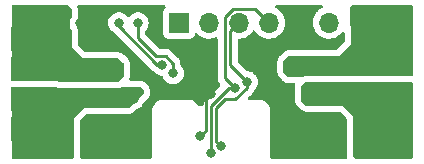
<source format=gbr>
%TF.GenerationSoftware,KiCad,Pcbnew,(5.99.0-12717-g57c7d663b0)*%
%TF.CreationDate,2021-10-08T11:24:07+02:00*%
%TF.ProjectId,capacitance_meter,63617061-6369-4746-916e-63655f6d6574,rev?*%
%TF.SameCoordinates,Original*%
%TF.FileFunction,Copper,L2,Bot*%
%TF.FilePolarity,Positive*%
%FSLAX46Y46*%
G04 Gerber Fmt 4.6, Leading zero omitted, Abs format (unit mm)*
G04 Created by KiCad (PCBNEW (5.99.0-12717-g57c7d663b0)) date 2021-10-08 11:24:07*
%MOMM*%
%LPD*%
G01*
G04 APERTURE LIST*
%TA.AperFunction,ComponentPad*%
%ADD10R,1.700000X1.700000*%
%TD*%
%TA.AperFunction,ComponentPad*%
%ADD11O,1.700000X1.700000*%
%TD*%
%TA.AperFunction,SMDPad,CuDef*%
%ADD12R,4.000000X2.000000*%
%TD*%
%TA.AperFunction,ViaPad*%
%ADD13C,0.800000*%
%TD*%
%TA.AperFunction,Conductor*%
%ADD14C,0.250000*%
%TD*%
G04 APERTURE END LIST*
D10*
%TO.P,J3,1,Pin_1*%
%TO.N,/SCL2*%
X151275000Y-114975000D03*
D11*
%TO.P,J3,2,Pin_2*%
%TO.N,/SDA2*%
X153815000Y-114975000D03*
%TO.P,J3,3,Pin_3*%
%TO.N,/SCL1*%
X156355000Y-114975000D03*
%TO.P,J3,4,Pin_4*%
%TO.N,/SDA1*%
X158895000Y-114975000D03*
%TO.P,J3,5,Pin_5*%
%TO.N,GND*%
X161435000Y-114975000D03*
%TO.P,J3,6,Pin_6*%
%TO.N,VDD*%
X163975000Y-114975000D03*
%TD*%
D12*
%TO.P,J1,1,Pin_1*%
%TO.N,/Shield21*%
X168999992Y-123540012D03*
%TO.P,J1,2,Pin_2*%
X168999992Y-121000012D03*
%TO.P,J1,3,Pin_3*%
%TO.N,/Shield22*%
X168999992Y-118460012D03*
%TO.P,J1,4,Pin_4*%
X168999992Y-115920012D03*
%TD*%
%TO.P,J2,1,Pin_1*%
%TO.N,/Shield11*%
X139000001Y-116389988D03*
%TO.P,J2,2,Pin_2*%
X139000001Y-118929988D03*
%TO.P,J2,3,Pin_3*%
%TO.N,/Shield12*%
X139000001Y-121469988D03*
%TO.P,J2,4,Pin_4*%
X139000001Y-124009988D03*
%TD*%
D13*
%TO.N,GND*%
X154000000Y-121000000D03*
X153075500Y-124600000D03*
%TO.N,/SDA1*%
X154000000Y-126000000D03*
%TO.N,/SCL1*%
X154800000Y-125400000D03*
%TO.N,GND*%
X147600000Y-126000000D03*
X153035000Y-118567200D03*
X160400000Y-116400000D03*
X163900000Y-116850000D03*
X157073600Y-117805200D03*
X142925800Y-115036600D03*
X154000000Y-117600000D03*
X164000000Y-125500000D03*
%TO.N,/SCL1*%
X157048200Y-119989600D03*
%TO.N,/SDA1*%
X156000000Y-120500000D03*
%TO.N,/SCL2*%
X150774400Y-119275500D03*
X147800000Y-115000000D03*
%TO.N,/SDA2*%
X149850000Y-118550000D03*
X146200000Y-115000000D03*
%TO.N,/Shield21*%
X162200000Y-121000000D03*
%TO.N,/Shield22*%
X161212299Y-118987701D03*
%TO.N,/Shield11*%
X145800000Y-119000000D03*
%TO.N,/Shield12*%
X147430158Y-121430158D03*
%TD*%
D14*
%TO.N,GND*%
X153550480Y-121449520D02*
X153550480Y-124125020D01*
X154000000Y-121000000D02*
X153550480Y-121449520D01*
X153550480Y-124125020D02*
X153075500Y-124600000D01*
%TO.N,/SCL1*%
X154449520Y-122210812D02*
X154449520Y-125049520D01*
X156038313Y-121486301D02*
X155174031Y-121486301D01*
X157048200Y-120476414D02*
X156038313Y-121486301D01*
X157048200Y-119989600D02*
X157048200Y-120476414D01*
X155174031Y-121486301D02*
X154449520Y-122210812D01*
X154449520Y-125049520D02*
X154800000Y-125400000D01*
%TO.N,/SDA1*%
X154724511Y-121300103D02*
X154000000Y-122024614D01*
X154000000Y-122024614D02*
X154000000Y-126000000D01*
X155500000Y-120500000D02*
X154724511Y-121275489D01*
X154724511Y-121275489D02*
X154724511Y-121300103D01*
X156000000Y-120500000D02*
X155500000Y-120500000D01*
X157720489Y-113800489D02*
X158895000Y-114975000D01*
X155180489Y-114488501D02*
X155868501Y-113800489D01*
X155868501Y-113800489D02*
X157720489Y-113800489D01*
X155180489Y-119680489D02*
X155180489Y-114488501D01*
X156000000Y-120500000D02*
X155180489Y-119680489D01*
%TO.N,/SCL1*%
X157048200Y-119989600D02*
X155630009Y-118571409D01*
X155630009Y-115699991D02*
X156355000Y-114975000D01*
X155630009Y-118571409D02*
X155630009Y-115699991D01*
%TO.N,/SCL2*%
X150774400Y-118449786D02*
X150150103Y-117825489D01*
X150150103Y-117825489D02*
X149361207Y-117825489D01*
X147800000Y-116264282D02*
X147800000Y-115000000D01*
X150774400Y-119275500D02*
X150774400Y-118449786D01*
X149361207Y-117825489D02*
X147800000Y-116264282D01*
%TO.N,/SDA2*%
X146200000Y-115300000D02*
X146200000Y-115000000D01*
X149450000Y-118550000D02*
X146200000Y-115300000D01*
X149850000Y-118550000D02*
X149450000Y-118550000D01*
%TD*%
%TA.AperFunction,Conductor*%
%TO.N,GND*%
G36*
X163404051Y-113528002D02*
G01*
X163450544Y-113581658D01*
X163460648Y-113651932D01*
X163431154Y-113716512D01*
X163394111Y-113745762D01*
X163248607Y-113821507D01*
X163244474Y-113824610D01*
X163244471Y-113824612D01*
X163077479Y-113949993D01*
X163069965Y-113955635D01*
X163066393Y-113959373D01*
X162958729Y-114072037D01*
X162915629Y-114117138D01*
X162912715Y-114121410D01*
X162912714Y-114121411D01*
X162859182Y-114199886D01*
X162789743Y-114301680D01*
X162774003Y-114335590D01*
X162715022Y-114462654D01*
X162695688Y-114504305D01*
X162635989Y-114719570D01*
X162612251Y-114941695D01*
X162612548Y-114946848D01*
X162612548Y-114946851D01*
X162621791Y-115107159D01*
X162625110Y-115164715D01*
X162626247Y-115169761D01*
X162626248Y-115169767D01*
X162646119Y-115257939D01*
X162674222Y-115382639D01*
X162758266Y-115589616D01*
X162797817Y-115654158D01*
X162872291Y-115775688D01*
X162874987Y-115780088D01*
X163021250Y-115948938D01*
X163193126Y-116091632D01*
X163386000Y-116204338D01*
X163594692Y-116284030D01*
X163599760Y-116285061D01*
X163599763Y-116285062D01*
X163707017Y-116306883D01*
X163813597Y-116328567D01*
X163818772Y-116328757D01*
X163818774Y-116328757D01*
X164031673Y-116336564D01*
X164031677Y-116336564D01*
X164036837Y-116336753D01*
X164041957Y-116336097D01*
X164041959Y-116336097D01*
X164253288Y-116309025D01*
X164253289Y-116309025D01*
X164258416Y-116308368D01*
X164311270Y-116292511D01*
X164467429Y-116245661D01*
X164467434Y-116245659D01*
X164472384Y-116244174D01*
X164672994Y-116145896D01*
X164854860Y-116016173D01*
X165013096Y-115858489D01*
X165064296Y-115787237D01*
X165071454Y-115777275D01*
X165127449Y-115733627D01*
X165198152Y-115727181D01*
X165261117Y-115759984D01*
X165296351Y-115821620D01*
X165299776Y-115850365D01*
X165299907Y-115888126D01*
X165301456Y-116336097D01*
X165302241Y-116563257D01*
X165282475Y-116631447D01*
X165261802Y-116656188D01*
X164630900Y-117239773D01*
X164567311Y-117271346D01*
X164546091Y-117273274D01*
X163440593Y-117279854D01*
X160575881Y-117296906D01*
X160526008Y-117299659D01*
X160513855Y-117300931D01*
X160502947Y-117302073D01*
X160502931Y-117302075D01*
X160501394Y-117302236D01*
X160467630Y-117307460D01*
X160458008Y-117308948D01*
X160458006Y-117308948D01*
X160452030Y-117309873D01*
X160446342Y-117311920D01*
X160446339Y-117311921D01*
X160320212Y-117357317D01*
X160320206Y-117357320D01*
X160315982Y-117358840D01*
X160312006Y-117360952D01*
X160257258Y-117390033D01*
X160257252Y-117390036D01*
X160253283Y-117392145D01*
X160136542Y-117477456D01*
X159806887Y-117799604D01*
X159768233Y-117841896D01*
X159767123Y-117843257D01*
X159767112Y-117843270D01*
X159753591Y-117859853D01*
X159750298Y-117863891D01*
X159749253Y-117865332D01*
X159749251Y-117865334D01*
X159720335Y-117905190D01*
X159720332Y-117905194D01*
X159716645Y-117910277D01*
X159656579Y-118041803D01*
X159655311Y-118046122D01*
X159640521Y-118096493D01*
X159636577Y-118109924D01*
X159635937Y-118114372D01*
X159635936Y-118114379D01*
X159616639Y-118248595D01*
X159616638Y-118248602D01*
X159616000Y-118253043D01*
X159616000Y-119147441D01*
X159619047Y-119202996D01*
X159622061Y-119230391D01*
X159631167Y-119285287D01*
X159682370Y-119420509D01*
X159716705Y-119482652D01*
X159719417Y-119486237D01*
X159801214Y-119594382D01*
X159801219Y-119594387D01*
X159803930Y-119597972D01*
X160007647Y-119799672D01*
X160129322Y-119920142D01*
X160129319Y-119920145D01*
X160129334Y-119920154D01*
X160133728Y-119924505D01*
X160134970Y-119925612D01*
X160134976Y-119925618D01*
X160172179Y-119958788D01*
X160173404Y-119959880D01*
X160193934Y-119976340D01*
X160195267Y-119977299D01*
X160195274Y-119977304D01*
X160216605Y-119992645D01*
X160237058Y-120007355D01*
X160368584Y-120067421D01*
X160392338Y-120074396D01*
X160432382Y-120086154D01*
X160432386Y-120086155D01*
X160436705Y-120087423D01*
X160441153Y-120088063D01*
X160441160Y-120088064D01*
X160575376Y-120107361D01*
X160575383Y-120107362D01*
X160579824Y-120108000D01*
X161003301Y-120108000D01*
X161071422Y-120128002D01*
X161117915Y-120181658D01*
X161128019Y-120251932D01*
X161124199Y-120269490D01*
X161112577Y-120309071D01*
X161111937Y-120313519D01*
X161111936Y-120313526D01*
X161092639Y-120447742D01*
X161092638Y-120447749D01*
X161092000Y-120452190D01*
X161092000Y-121547810D01*
X161094910Y-121602104D01*
X161095090Y-121603775D01*
X161095091Y-121603792D01*
X161097572Y-121626868D01*
X161097789Y-121628887D01*
X161099478Y-121639310D01*
X161105380Y-121675731D01*
X161106490Y-121682583D01*
X161122266Y-121724878D01*
X161149253Y-121797230D01*
X161157021Y-121818057D01*
X161159174Y-121822000D01*
X161159175Y-121822002D01*
X161176706Y-121854107D01*
X161191047Y-121880369D01*
X161193742Y-121883969D01*
X161274998Y-121992513D01*
X161275002Y-121992517D01*
X161277695Y-121996115D01*
X161603822Y-122322242D01*
X161605080Y-122323371D01*
X161605087Y-122323378D01*
X161625462Y-122341669D01*
X161644506Y-122358766D01*
X161645828Y-122359830D01*
X161664278Y-122374681D01*
X161664290Y-122374690D01*
X161665608Y-122375751D01*
X161710004Y-122407704D01*
X161841601Y-122467612D01*
X161909746Y-122487532D01*
X162052892Y-122507937D01*
X162057390Y-122507932D01*
X162057396Y-122507932D01*
X162769818Y-122507072D01*
X164877360Y-122504531D01*
X164945505Y-122524451D01*
X164969188Y-122544093D01*
X165447511Y-123051405D01*
X165479690Y-123114691D01*
X165481834Y-123137425D01*
X165491862Y-126159329D01*
X165491864Y-126159918D01*
X165492223Y-126177406D01*
X165492551Y-126186090D01*
X165493516Y-126203615D01*
X165494594Y-126208549D01*
X165523119Y-126339105D01*
X165518119Y-126409925D01*
X165475624Y-126466800D01*
X165409126Y-126491671D01*
X165400023Y-126492000D01*
X159134000Y-126492000D01*
X159065879Y-126471998D01*
X159019386Y-126418342D01*
X159008000Y-126366000D01*
X159008000Y-122553199D01*
X159009746Y-122532295D01*
X159012263Y-122517333D01*
X159013070Y-122512537D01*
X159013223Y-122499998D01*
X159012534Y-122495191D01*
X159012534Y-122495184D01*
X159010184Y-122478779D01*
X159009390Y-122471897D01*
X159003998Y-122410271D01*
X158996476Y-122324293D01*
X158950827Y-122153926D01*
X158948504Y-122148944D01*
X158878609Y-121999055D01*
X158878607Y-121999052D01*
X158876286Y-121994074D01*
X158775121Y-121849595D01*
X158650404Y-121724878D01*
X158505925Y-121623713D01*
X158500947Y-121621392D01*
X158500944Y-121621390D01*
X158351055Y-121551495D01*
X158351053Y-121551494D01*
X158346073Y-121549172D01*
X158340765Y-121547750D01*
X158340763Y-121547749D01*
X158240790Y-121520962D01*
X158175706Y-121503523D01*
X158115492Y-121498255D01*
X158046245Y-121492196D01*
X158036323Y-121490930D01*
X158021002Y-121488353D01*
X158012540Y-121486929D01*
X158006241Y-121486852D01*
X158004860Y-121486835D01*
X158004856Y-121486835D01*
X158000001Y-121486776D01*
X157973237Y-121490609D01*
X157972413Y-121490727D01*
X157954550Y-121492000D01*
X157232709Y-121492000D01*
X157164588Y-121471998D01*
X157118095Y-121418342D01*
X157107991Y-121348068D01*
X157137485Y-121283488D01*
X157143614Y-121276904D01*
X157260505Y-121160014D01*
X157440458Y-120980061D01*
X157448737Y-120972527D01*
X157455218Y-120968414D01*
X157501844Y-120918762D01*
X157504598Y-120915921D01*
X157524335Y-120896184D01*
X157526815Y-120892987D01*
X157534520Y-120883965D01*
X157549570Y-120867938D01*
X157564786Y-120851735D01*
X157568605Y-120844789D01*
X157568607Y-120844786D01*
X157574548Y-120833980D01*
X157585399Y-120817461D01*
X157592958Y-120807715D01*
X157597814Y-120801455D01*
X157600959Y-120794186D01*
X157600962Y-120794182D01*
X157615374Y-120760877D01*
X157620591Y-120750227D01*
X157641895Y-120711474D01*
X157643866Y-120703798D01*
X157646784Y-120696427D01*
X157648735Y-120697199D01*
X157671047Y-120655590D01*
X157782821Y-120531452D01*
X157782822Y-120531451D01*
X157787240Y-120526544D01*
X157882727Y-120361156D01*
X157941742Y-120179528D01*
X157943700Y-120160904D01*
X157961014Y-119996165D01*
X157961704Y-119989600D01*
X157949344Y-119871998D01*
X157942432Y-119806235D01*
X157942432Y-119806233D01*
X157941742Y-119799672D01*
X157882727Y-119618044D01*
X157873304Y-119601722D01*
X157840881Y-119545564D01*
X157787240Y-119452656D01*
X157754511Y-119416306D01*
X157663875Y-119315645D01*
X157663874Y-119315644D01*
X157659453Y-119310734D01*
X157546498Y-119228667D01*
X157510294Y-119202363D01*
X157510293Y-119202362D01*
X157504952Y-119198482D01*
X157498924Y-119195798D01*
X157498922Y-119195797D01*
X157336519Y-119123491D01*
X157336518Y-119123491D01*
X157330488Y-119120806D01*
X157237088Y-119100953D01*
X157150144Y-119082472D01*
X157150139Y-119082472D01*
X157143687Y-119081100D01*
X157087795Y-119081100D01*
X157019674Y-119061098D01*
X156998699Y-119044195D01*
X156300413Y-118345908D01*
X156266388Y-118283596D01*
X156263509Y-118256813D01*
X156263509Y-116461835D01*
X156283511Y-116393714D01*
X156337167Y-116347221D01*
X156394126Y-116335920D01*
X156402827Y-116336239D01*
X156411674Y-116336564D01*
X156411678Y-116336564D01*
X156416837Y-116336753D01*
X156421957Y-116336097D01*
X156421959Y-116336097D01*
X156633288Y-116309025D01*
X156633289Y-116309025D01*
X156638416Y-116308368D01*
X156691270Y-116292511D01*
X156847429Y-116245661D01*
X156847434Y-116245659D01*
X156852384Y-116244174D01*
X157052994Y-116145896D01*
X157234860Y-116016173D01*
X157393096Y-115858489D01*
X157444296Y-115787237D01*
X157523453Y-115677077D01*
X157524776Y-115678028D01*
X157571645Y-115634857D01*
X157641580Y-115622625D01*
X157707026Y-115650144D01*
X157734875Y-115681994D01*
X157794987Y-115780088D01*
X157941250Y-115948938D01*
X158113126Y-116091632D01*
X158306000Y-116204338D01*
X158514692Y-116284030D01*
X158519760Y-116285061D01*
X158519763Y-116285062D01*
X158627017Y-116306883D01*
X158733597Y-116328567D01*
X158738772Y-116328757D01*
X158738774Y-116328757D01*
X158951673Y-116336564D01*
X158951677Y-116336564D01*
X158956837Y-116336753D01*
X158961957Y-116336097D01*
X158961959Y-116336097D01*
X159173288Y-116309025D01*
X159173289Y-116309025D01*
X159178416Y-116308368D01*
X159231270Y-116292511D01*
X159387429Y-116245661D01*
X159387434Y-116245659D01*
X159392384Y-116244174D01*
X159592994Y-116145896D01*
X159774860Y-116016173D01*
X159933096Y-115858489D01*
X159984296Y-115787237D01*
X160060435Y-115681277D01*
X160063453Y-115677077D01*
X160084320Y-115634857D01*
X160160136Y-115481453D01*
X160160137Y-115481451D01*
X160162430Y-115476811D01*
X160227370Y-115263069D01*
X160256529Y-115041590D01*
X160258156Y-114975000D01*
X160239852Y-114752361D01*
X160185431Y-114535702D01*
X160096354Y-114330840D01*
X159975014Y-114143277D01*
X159824670Y-113978051D01*
X159820619Y-113974852D01*
X159820615Y-113974848D01*
X159653414Y-113842800D01*
X159653410Y-113842798D01*
X159649359Y-113839598D01*
X159476741Y-113744308D01*
X159426772Y-113693876D01*
X159412000Y-113624433D01*
X159437116Y-113558028D01*
X159494147Y-113515743D01*
X159537636Y-113508000D01*
X163335930Y-113508000D01*
X163404051Y-113528002D01*
G37*
%TD.AperFunction*%
%TA.AperFunction,Conductor*%
G36*
X150090205Y-113528002D02*
G01*
X150136698Y-113581658D01*
X150146802Y-113651932D01*
X150117308Y-113716512D01*
X150097649Y-113734826D01*
X150061739Y-113761739D01*
X149974385Y-113878295D01*
X149923255Y-114014684D01*
X149916500Y-114076866D01*
X149916500Y-115873134D01*
X149923255Y-115935316D01*
X149974385Y-116071705D01*
X150061739Y-116188261D01*
X150178295Y-116275615D01*
X150314684Y-116326745D01*
X150376866Y-116333500D01*
X152173134Y-116333500D01*
X152235316Y-116326745D01*
X152371705Y-116275615D01*
X152488261Y-116188261D01*
X152575615Y-116071705D01*
X152597799Y-116012529D01*
X152619598Y-115954382D01*
X152662240Y-115897618D01*
X152728802Y-115872918D01*
X152798150Y-115888126D01*
X152832817Y-115916114D01*
X152861250Y-115948938D01*
X153033126Y-116091632D01*
X153226000Y-116204338D01*
X153434692Y-116284030D01*
X153439760Y-116285061D01*
X153439763Y-116285062D01*
X153547017Y-116306883D01*
X153653597Y-116328567D01*
X153658772Y-116328757D01*
X153658774Y-116328757D01*
X153871673Y-116336564D01*
X153871677Y-116336564D01*
X153876837Y-116336753D01*
X153881957Y-116336097D01*
X153881959Y-116336097D01*
X154093288Y-116309025D01*
X154093289Y-116309025D01*
X154098416Y-116308368D01*
X154151270Y-116292511D01*
X154307429Y-116245661D01*
X154307434Y-116245659D01*
X154312384Y-116244174D01*
X154365559Y-116218124D01*
X154435531Y-116206118D01*
X154500888Y-116233848D01*
X154540878Y-116292511D01*
X154546989Y-116331276D01*
X154546989Y-119601722D01*
X154546462Y-119612905D01*
X154544787Y-119620398D01*
X154545036Y-119628324D01*
X154545036Y-119628325D01*
X154546927Y-119688475D01*
X154546989Y-119692434D01*
X154546989Y-119720345D01*
X154547486Y-119724279D01*
X154547486Y-119724280D01*
X154547494Y-119724345D01*
X154548427Y-119736182D01*
X154549816Y-119780378D01*
X154555467Y-119799828D01*
X154559476Y-119819189D01*
X154562015Y-119839286D01*
X154564934Y-119846657D01*
X154564934Y-119846659D01*
X154578293Y-119880401D01*
X154582138Y-119891631D01*
X154591351Y-119923343D01*
X154594471Y-119934082D01*
X154598504Y-119940901D01*
X154598506Y-119940906D01*
X154604782Y-119951517D01*
X154613477Y-119969265D01*
X154620937Y-119988106D01*
X154625599Y-119994522D01*
X154625599Y-119994523D01*
X154646925Y-120023876D01*
X154653441Y-120033796D01*
X154670557Y-120062737D01*
X154675947Y-120071851D01*
X154690268Y-120086172D01*
X154703108Y-120101205D01*
X154715017Y-120117596D01*
X154721123Y-120122647D01*
X154749094Y-120145787D01*
X154757873Y-120153777D01*
X154765000Y-120160904D01*
X154799026Y-120223216D01*
X154793961Y-120294031D01*
X154765000Y-120339094D01*
X154332253Y-120771841D01*
X154323973Y-120779376D01*
X154317493Y-120783489D01*
X154278233Y-120825297D01*
X154270868Y-120833140D01*
X154268113Y-120835982D01*
X154248376Y-120855719D01*
X154245896Y-120858916D01*
X154238193Y-120867936D01*
X154207925Y-120900168D01*
X154204106Y-120907114D01*
X154204104Y-120907117D01*
X154198163Y-120917923D01*
X154187312Y-120934442D01*
X154174898Y-120950447D01*
X154174664Y-120950266D01*
X154161596Y-120967113D01*
X153607747Y-121520962D01*
X153599461Y-121528502D01*
X153592982Y-121532614D01*
X153587557Y-121538391D01*
X153546357Y-121582265D01*
X153543602Y-121585107D01*
X153523865Y-121604844D01*
X153521385Y-121608041D01*
X153513682Y-121617061D01*
X153483414Y-121649293D01*
X153479595Y-121656239D01*
X153479593Y-121656242D01*
X153473652Y-121667048D01*
X153462801Y-121683567D01*
X153450386Y-121699573D01*
X153447241Y-121706842D01*
X153447238Y-121706846D01*
X153432826Y-121740151D01*
X153427609Y-121750801D01*
X153406305Y-121789554D01*
X153404334Y-121797229D01*
X153404334Y-121797230D01*
X153401267Y-121809176D01*
X153394863Y-121827880D01*
X153386819Y-121846469D01*
X153385580Y-121854292D01*
X153385577Y-121854302D01*
X153379901Y-121890138D01*
X153377494Y-121901763D01*
X153376576Y-121905338D01*
X153340260Y-121966343D01*
X153276726Y-121998030D01*
X153254535Y-122000000D01*
X152946173Y-122000000D01*
X152878052Y-121979998D01*
X152839047Y-121940332D01*
X152807847Y-121889942D01*
X152681994Y-121751888D01*
X152532917Y-121639310D01*
X152365691Y-121556042D01*
X152242398Y-121520962D01*
X152191616Y-121506513D01*
X152191614Y-121506513D01*
X152186013Y-121504919D01*
X152042515Y-121491622D01*
X152033283Y-121490419D01*
X152012539Y-121486929D01*
X152006211Y-121486852D01*
X152004859Y-121486835D01*
X152004855Y-121486835D01*
X152000000Y-121486776D01*
X151973236Y-121490609D01*
X151972412Y-121490727D01*
X151954549Y-121492000D01*
X150053206Y-121492000D01*
X150032302Y-121490254D01*
X150029136Y-121489721D01*
X150012538Y-121486929D01*
X150006180Y-121486851D01*
X150004857Y-121486835D01*
X150004853Y-121486835D01*
X149999999Y-121486776D01*
X149995192Y-121487465D01*
X149995185Y-121487465D01*
X149978780Y-121489815D01*
X149971898Y-121490609D01*
X149953760Y-121492196D01*
X149824294Y-121503523D01*
X149818980Y-121504947D01*
X149818979Y-121504947D01*
X149659237Y-121547749D01*
X149659235Y-121547750D01*
X149653927Y-121549172D01*
X149648947Y-121551494D01*
X149648945Y-121551495D01*
X149499056Y-121621390D01*
X149499053Y-121621392D01*
X149494075Y-121623713D01*
X149349596Y-121724878D01*
X149224879Y-121849595D01*
X149123714Y-121994074D01*
X149121393Y-121999052D01*
X149121391Y-121999055D01*
X149051496Y-122148944D01*
X149049173Y-122153926D01*
X149003524Y-122324293D01*
X148998256Y-122384507D01*
X148992197Y-122453754D01*
X148990931Y-122463676D01*
X148990269Y-122467612D01*
X148986930Y-122487459D01*
X148986777Y-122499998D01*
X148987914Y-122507937D01*
X148990727Y-122527579D01*
X148992000Y-122545442D01*
X148992000Y-126366000D01*
X148971998Y-126434121D01*
X148918342Y-126480614D01*
X148866000Y-126492000D01*
X143032378Y-126492000D01*
X142964257Y-126471998D01*
X142917764Y-126418342D01*
X142908667Y-126355564D01*
X142906941Y-126355444D01*
X142907252Y-126350956D01*
X142907882Y-126346504D01*
X142907573Y-126208549D01*
X142901002Y-123280069D01*
X142920851Y-123211903D01*
X142939246Y-123189371D01*
X142992767Y-123137425D01*
X143423530Y-122719331D01*
X143486343Y-122686239D01*
X143512141Y-122683749D01*
X143980508Y-122686927D01*
X146946944Y-122707051D01*
X146948358Y-122706997D01*
X146948377Y-122706997D01*
X146970646Y-122706151D01*
X146992362Y-122705326D01*
X146993773Y-122705209D01*
X146993790Y-122705208D01*
X147013390Y-122703583D01*
X147013406Y-122703581D01*
X147014809Y-122703465D01*
X147029443Y-122701590D01*
X147054022Y-122698440D01*
X147054026Y-122698439D01*
X147059887Y-122697688D01*
X147065507Y-122695857D01*
X147065510Y-122695856D01*
X147122720Y-122677213D01*
X147197364Y-122652890D01*
X147201397Y-122650903D01*
X147257019Y-122623497D01*
X147257023Y-122623495D01*
X147261049Y-122621511D01*
X147264757Y-122618971D01*
X147376628Y-122542337D01*
X147376633Y-122542333D01*
X147380338Y-122539795D01*
X147393626Y-122527579D01*
X147458852Y-122467612D01*
X147595841Y-122341669D01*
X147654921Y-122311179D01*
X147712446Y-122298952D01*
X147748705Y-122282809D01*
X147880880Y-122223961D01*
X147880882Y-122223960D01*
X147886910Y-122221276D01*
X148041411Y-122109024D01*
X148140205Y-121999302D01*
X148164779Y-121972010D01*
X148164780Y-121972009D01*
X148169198Y-121967102D01*
X148264685Y-121801714D01*
X148289196Y-121726277D01*
X148323752Y-121672456D01*
X148461183Y-121546107D01*
X148607693Y-121411411D01*
X148652647Y-121364428D01*
X148673368Y-121339792D01*
X148711955Y-121287448D01*
X148772021Y-121155922D01*
X148792023Y-121087801D01*
X148792664Y-121083346D01*
X148811961Y-120949130D01*
X148811962Y-120949123D01*
X148812600Y-120944682D01*
X148812600Y-120750640D01*
X148809670Y-120696159D01*
X148809487Y-120694461D01*
X148806954Y-120670976D01*
X148806952Y-120670959D01*
X148806772Y-120669293D01*
X148798021Y-120615462D01*
X148747401Y-120480020D01*
X148713335Y-120417731D01*
X148626605Y-120302034D01*
X148401663Y-120077394D01*
X148361318Y-120041190D01*
X148352137Y-120033796D01*
X148341708Y-120025398D01*
X148340403Y-120024347D01*
X148316831Y-120007355D01*
X148301444Y-119996263D01*
X148301439Y-119996260D01*
X148296424Y-119992645D01*
X148164898Y-119932579D01*
X148133443Y-119923343D01*
X148101100Y-119913846D01*
X148101096Y-119913845D01*
X148096777Y-119912577D01*
X148092329Y-119911937D01*
X148092322Y-119911936D01*
X147958106Y-119892639D01*
X147958099Y-119892638D01*
X147953658Y-119892000D01*
X147196699Y-119892000D01*
X147128578Y-119871998D01*
X147082085Y-119818342D01*
X147071981Y-119748068D01*
X147075801Y-119730510D01*
X147087423Y-119690929D01*
X147088064Y-119686474D01*
X147107361Y-119552258D01*
X147107362Y-119552251D01*
X147108000Y-119547810D01*
X147108000Y-118452190D01*
X147105090Y-118397896D01*
X147102211Y-118371113D01*
X147093510Y-118317417D01*
X147048294Y-118196193D01*
X147044551Y-118186157D01*
X147044550Y-118186155D01*
X147042979Y-118181943D01*
X147008953Y-118119631D01*
X146968238Y-118065243D01*
X146925002Y-118007487D01*
X146924998Y-118007483D01*
X146922305Y-118003885D01*
X146596260Y-117677840D01*
X146555262Y-117641064D01*
X146533995Y-117623974D01*
X146489255Y-117591851D01*
X146357565Y-117532147D01*
X146353243Y-117530891D01*
X146353238Y-117530889D01*
X146293711Y-117513588D01*
X146293712Y-117513588D01*
X146289390Y-117512332D01*
X146284939Y-117511705D01*
X146284932Y-117511703D01*
X146194106Y-117498900D01*
X146146207Y-117492147D01*
X146141714Y-117492159D01*
X146141708Y-117492159D01*
X143416632Y-117499675D01*
X143348457Y-117479860D01*
X143327190Y-117462770D01*
X142758333Y-116893913D01*
X142724307Y-116831601D01*
X142721429Y-116805381D01*
X142719591Y-116393714D01*
X142716408Y-115681277D01*
X142716246Y-115644942D01*
X142716246Y-115644941D01*
X142716224Y-115640028D01*
X142691013Y-115484236D01*
X142668669Y-115415988D01*
X142666168Y-115416807D01*
X142664067Y-115412881D01*
X142653876Y-115387425D01*
X142626705Y-115319551D01*
X142624301Y-115315387D01*
X142624297Y-115315379D01*
X142564530Y-115211860D01*
X142553816Y-115187796D01*
X142535987Y-115132924D01*
X142530510Y-115107159D01*
X142524478Y-115049771D01*
X142524478Y-115023429D01*
X142526941Y-115000000D01*
X145286496Y-115000000D01*
X145306458Y-115189928D01*
X145365473Y-115371556D01*
X145460960Y-115536944D01*
X145465375Y-115541847D01*
X145465379Y-115541852D01*
X145566500Y-115654158D01*
X145588747Y-115678866D01*
X145655247Y-115727181D01*
X145728067Y-115780088D01*
X145743248Y-115791118D01*
X145749276Y-115793802D01*
X145749278Y-115793803D01*
X145815588Y-115823326D01*
X145853434Y-115849338D01*
X147417141Y-117413046D01*
X148946348Y-118942253D01*
X148953888Y-118950539D01*
X148958000Y-118957018D01*
X148963777Y-118962443D01*
X149007651Y-119003643D01*
X149010493Y-119006398D01*
X149030230Y-119026135D01*
X149033427Y-119028615D01*
X149042447Y-119036318D01*
X149074679Y-119066586D01*
X149081624Y-119070404D01*
X149081625Y-119070405D01*
X149091555Y-119075864D01*
X149124487Y-119101968D01*
X149238747Y-119228866D01*
X149293897Y-119268935D01*
X149358188Y-119315645D01*
X149393248Y-119341118D01*
X149399276Y-119343802D01*
X149399278Y-119343803D01*
X149561681Y-119416109D01*
X149567712Y-119418794D01*
X149661112Y-119438647D01*
X149748056Y-119457128D01*
X149748061Y-119457128D01*
X149754513Y-119458500D01*
X149787063Y-119458500D01*
X149855184Y-119478502D01*
X149901677Y-119532158D01*
X149906896Y-119545564D01*
X149939873Y-119647056D01*
X150035360Y-119812444D01*
X150039778Y-119817351D01*
X150039779Y-119817352D01*
X150158725Y-119949455D01*
X150163147Y-119954366D01*
X150218418Y-119994523D01*
X150282650Y-120041190D01*
X150317648Y-120066618D01*
X150323676Y-120069302D01*
X150323678Y-120069303D01*
X150455519Y-120128002D01*
X150492112Y-120144294D01*
X150585512Y-120164147D01*
X150672456Y-120182628D01*
X150672461Y-120182628D01*
X150678913Y-120184000D01*
X150869887Y-120184000D01*
X150876339Y-120182628D01*
X150876344Y-120182628D01*
X150963288Y-120164147D01*
X151056688Y-120144294D01*
X151093281Y-120128002D01*
X151225122Y-120069303D01*
X151225124Y-120069302D01*
X151231152Y-120066618D01*
X151266151Y-120041190D01*
X151330382Y-119994523D01*
X151385653Y-119954366D01*
X151390075Y-119949455D01*
X151509021Y-119817352D01*
X151509022Y-119817351D01*
X151513440Y-119812444D01*
X151608927Y-119647056D01*
X151667942Y-119465428D01*
X151668684Y-119458374D01*
X151687214Y-119282065D01*
X151687904Y-119275500D01*
X151682982Y-119228667D01*
X151668632Y-119092135D01*
X151668632Y-119092133D01*
X151667942Y-119085572D01*
X151608927Y-118903944D01*
X151513440Y-118738556D01*
X151440263Y-118657285D01*
X151409547Y-118593279D01*
X151407900Y-118572976D01*
X151407900Y-118528553D01*
X151408427Y-118517370D01*
X151410102Y-118509877D01*
X151407962Y-118441800D01*
X151407900Y-118437841D01*
X151407900Y-118409930D01*
X151407395Y-118405930D01*
X151406462Y-118394087D01*
X151405322Y-118357815D01*
X151405073Y-118349896D01*
X151399422Y-118330444D01*
X151395414Y-118311092D01*
X151393867Y-118298849D01*
X151392874Y-118290989D01*
X151389947Y-118283596D01*
X151376600Y-118249883D01*
X151372755Y-118238656D01*
X151372121Y-118236473D01*
X151360418Y-118196193D01*
X151356384Y-118189371D01*
X151356381Y-118189365D01*
X151350106Y-118178754D01*
X151341410Y-118161004D01*
X151336872Y-118149542D01*
X151336869Y-118149537D01*
X151333952Y-118142169D01*
X151307973Y-118106411D01*
X151301457Y-118096493D01*
X151282975Y-118065243D01*
X151278942Y-118058423D01*
X151264618Y-118044099D01*
X151251776Y-118029064D01*
X151239872Y-118012679D01*
X151205806Y-117984497D01*
X151197027Y-117976508D01*
X150653755Y-117433236D01*
X150646215Y-117424950D01*
X150642103Y-117418471D01*
X150592451Y-117371845D01*
X150589610Y-117369091D01*
X150569873Y-117349354D01*
X150566676Y-117346874D01*
X150557654Y-117339169D01*
X150531203Y-117314330D01*
X150525424Y-117308903D01*
X150518478Y-117305084D01*
X150518475Y-117305082D01*
X150507669Y-117299141D01*
X150491150Y-117288290D01*
X150490686Y-117287930D01*
X150475144Y-117275875D01*
X150467875Y-117272730D01*
X150467871Y-117272727D01*
X150434566Y-117258315D01*
X150423916Y-117253098D01*
X150385163Y-117231794D01*
X150365540Y-117226756D01*
X150346837Y-117220352D01*
X150335523Y-117215456D01*
X150335522Y-117215456D01*
X150328248Y-117212308D01*
X150320425Y-117211069D01*
X150320415Y-117211066D01*
X150284579Y-117205390D01*
X150272959Y-117202984D01*
X150237814Y-117193961D01*
X150237813Y-117193961D01*
X150230133Y-117191989D01*
X150209879Y-117191989D01*
X150190168Y-117190438D01*
X150177989Y-117188509D01*
X150170160Y-117187269D01*
X150162268Y-117188015D01*
X150126142Y-117191430D01*
X150114284Y-117191989D01*
X149675801Y-117191989D01*
X149607680Y-117171987D01*
X149586706Y-117155084D01*
X148470405Y-116038782D01*
X148436379Y-115976470D01*
X148433500Y-115949687D01*
X148433500Y-115702524D01*
X148453502Y-115634403D01*
X148465858Y-115618221D01*
X148539040Y-115536944D01*
X148634527Y-115371556D01*
X148693542Y-115189928D01*
X148713504Y-115000000D01*
X148707227Y-114940276D01*
X148694232Y-114816635D01*
X148694232Y-114816633D01*
X148693542Y-114810072D01*
X148634527Y-114628444D01*
X148539040Y-114463056D01*
X148506365Y-114426766D01*
X148415675Y-114326045D01*
X148415674Y-114326044D01*
X148411253Y-114321134D01*
X148256752Y-114208882D01*
X148250724Y-114206198D01*
X148250722Y-114206197D01*
X148088319Y-114133891D01*
X148088318Y-114133891D01*
X148082288Y-114131206D01*
X147988888Y-114111353D01*
X147901944Y-114092872D01*
X147901939Y-114092872D01*
X147895487Y-114091500D01*
X147704513Y-114091500D01*
X147698061Y-114092872D01*
X147698056Y-114092872D01*
X147611112Y-114111353D01*
X147517712Y-114131206D01*
X147511682Y-114133891D01*
X147511681Y-114133891D01*
X147349278Y-114206197D01*
X147349276Y-114206198D01*
X147343248Y-114208882D01*
X147188747Y-114321134D01*
X147184326Y-114326044D01*
X147184325Y-114326045D01*
X147093636Y-114426766D01*
X147033190Y-114464006D01*
X146962207Y-114462654D01*
X146906364Y-114426766D01*
X146815675Y-114326045D01*
X146815674Y-114326044D01*
X146811253Y-114321134D01*
X146656752Y-114208882D01*
X146650724Y-114206198D01*
X146650722Y-114206197D01*
X146488319Y-114133891D01*
X146488318Y-114133891D01*
X146482288Y-114131206D01*
X146388888Y-114111353D01*
X146301944Y-114092872D01*
X146301939Y-114092872D01*
X146295487Y-114091500D01*
X146104513Y-114091500D01*
X146098061Y-114092872D01*
X146098056Y-114092872D01*
X146011112Y-114111353D01*
X145917712Y-114131206D01*
X145911682Y-114133891D01*
X145911681Y-114133891D01*
X145749278Y-114206197D01*
X145749276Y-114206198D01*
X145743248Y-114208882D01*
X145588747Y-114321134D01*
X145584326Y-114326044D01*
X145584325Y-114326045D01*
X145493636Y-114426766D01*
X145460960Y-114463056D01*
X145365473Y-114628444D01*
X145306458Y-114810072D01*
X145305768Y-114816633D01*
X145305768Y-114816635D01*
X145292773Y-114940276D01*
X145286496Y-115000000D01*
X142526941Y-115000000D01*
X142530510Y-114966041D01*
X142535987Y-114940276D01*
X142553817Y-114885401D01*
X142564531Y-114861337D01*
X142623827Y-114758633D01*
X142625908Y-114755029D01*
X142640550Y-114719570D01*
X142675361Y-114635262D01*
X142675361Y-114635261D01*
X142676949Y-114631416D01*
X142693829Y-114567853D01*
X142697953Y-114535702D01*
X142710313Y-114439324D01*
X142710313Y-114439320D01*
X142710842Y-114435197D01*
X142708227Y-113849729D01*
X142705146Y-113796087D01*
X142702217Y-113769636D01*
X142701949Y-113768006D01*
X142701946Y-113767987D01*
X142694492Y-113722717D01*
X142694491Y-113722713D01*
X142693490Y-113716634D01*
X142679093Y-113678253D01*
X142673896Y-113607447D01*
X142707804Y-113545071D01*
X142770053Y-113510930D01*
X142797066Y-113508000D01*
X150022084Y-113508000D01*
X150090205Y-113528002D01*
G37*
%TD.AperFunction*%
%TD*%
%TA.AperFunction,Conductor*%
%TO.N,/Shield12*%
G36*
X148021779Y-120420002D02*
G01*
X148042694Y-120436845D01*
X148267636Y-120661485D01*
X148301702Y-120723774D01*
X148304600Y-120750640D01*
X148304600Y-120944682D01*
X148284598Y-121012803D01*
X148263877Y-121037439D01*
X147036522Y-122165823D01*
X146972837Y-122197202D01*
X146950390Y-122199063D01*
X143983954Y-122178939D01*
X143256000Y-122174000D01*
X142392400Y-123012200D01*
X142392423Y-123022526D01*
X142399883Y-126347644D01*
X142380034Y-126415810D01*
X142362978Y-126437022D01*
X142344905Y-126455095D01*
X142282593Y-126489121D01*
X142255810Y-126492000D01*
X137234000Y-126492000D01*
X137165879Y-126471998D01*
X137119386Y-126418342D01*
X137108000Y-126366000D01*
X137108000Y-120595488D01*
X137128002Y-120527367D01*
X137181658Y-120480874D01*
X137234000Y-120469488D01*
X140984919Y-120469488D01*
X141018406Y-120474020D01*
X141083026Y-120491835D01*
X141127255Y-120499853D01*
X141217870Y-120508000D01*
X146147810Y-120508000D01*
X146202104Y-120505090D01*
X146203775Y-120504910D01*
X146203792Y-120504909D01*
X146227207Y-120502392D01*
X146227222Y-120502390D01*
X146228887Y-120502211D01*
X146250432Y-120498720D01*
X146276470Y-120494501D01*
X146276474Y-120494500D01*
X146282583Y-120493510D01*
X146346986Y-120469488D01*
X146413843Y-120444551D01*
X146413845Y-120444550D01*
X146418057Y-120442979D01*
X146429291Y-120436845D01*
X146468539Y-120415413D01*
X146528926Y-120400000D01*
X147953658Y-120400000D01*
X148021779Y-120420002D01*
G37*
%TD.AperFunction*%
%TD*%
%TA.AperFunction,Conductor*%
%TO.N,/Shield22*%
G36*
X171034121Y-113528002D02*
G01*
X171080614Y-113581658D01*
X171092000Y-113634000D01*
X171092000Y-119365512D01*
X171071998Y-119433633D01*
X171018342Y-119480126D01*
X170966000Y-119491512D01*
X166951858Y-119491512D01*
X166948860Y-119491838D01*
X166942848Y-119492000D01*
X162052190Y-119492000D01*
X161997896Y-119494910D01*
X161996225Y-119495090D01*
X161996208Y-119495091D01*
X161972793Y-119497608D01*
X161972778Y-119497610D01*
X161971113Y-119497789D01*
X161949568Y-119501280D01*
X161923530Y-119505499D01*
X161923526Y-119505500D01*
X161917417Y-119506490D01*
X161911612Y-119508655D01*
X161911613Y-119508655D01*
X161786157Y-119555449D01*
X161786155Y-119555450D01*
X161781943Y-119557021D01*
X161778000Y-119559174D01*
X161777998Y-119559175D01*
X161731461Y-119584587D01*
X161671074Y-119600000D01*
X160579824Y-119600000D01*
X160511703Y-119579998D01*
X160491173Y-119563538D01*
X160486767Y-119559175D01*
X160161349Y-119236979D01*
X160127014Y-119174836D01*
X160124000Y-119147441D01*
X160124000Y-118253043D01*
X160144002Y-118184922D01*
X160161937Y-118162927D01*
X160491592Y-117840779D01*
X160554291Y-117807474D01*
X160578905Y-117804897D01*
X164777084Y-117779908D01*
X164777085Y-117779908D01*
X164795200Y-117779800D01*
X165811200Y-116840000D01*
X165800181Y-113652445D01*
X165819947Y-113584256D01*
X165837085Y-113562915D01*
X165855095Y-113544905D01*
X165917407Y-113510879D01*
X165944190Y-113508000D01*
X170966000Y-113508000D01*
X171034121Y-113528002D01*
G37*
%TD.AperFunction*%
%TD*%
%TA.AperFunction,Conductor*%
%TO.N,/Shield21*%
G36*
X171015931Y-120020002D02*
G01*
X171036905Y-120036905D01*
X171055095Y-120055095D01*
X171089121Y-120117407D01*
X171092000Y-120144190D01*
X171092000Y-126366000D01*
X171071998Y-126434121D01*
X171018342Y-126480614D01*
X170966000Y-126492000D01*
X166282000Y-126492000D01*
X166213879Y-126471998D01*
X166181200Y-126441600D01*
X166025060Y-126233414D01*
X166000189Y-126166916D01*
X165999861Y-126158232D01*
X165989060Y-122903318D01*
X165989000Y-122885200D01*
X165150800Y-121996200D01*
X165140711Y-121996212D01*
X162769205Y-121999072D01*
X162052279Y-121999937D01*
X161984134Y-121980017D01*
X161963032Y-121963032D01*
X161636905Y-121636905D01*
X161602879Y-121574593D01*
X161600000Y-121547810D01*
X161600000Y-120452190D01*
X161620002Y-120384069D01*
X161636905Y-120363095D01*
X161963095Y-120036905D01*
X162025407Y-120002879D01*
X162052190Y-120000000D01*
X170947810Y-120000000D01*
X171015931Y-120020002D01*
G37*
%TD.AperFunction*%
%TD*%
%TA.AperFunction,Conductor*%
%TO.N,/Shield11*%
G36*
X141922971Y-113528002D02*
G01*
X141943773Y-113544733D01*
X142163162Y-113763300D01*
X142197303Y-113825547D01*
X142200232Y-113851998D01*
X142202847Y-114437466D01*
X142185967Y-114501029D01*
X142091273Y-114665044D01*
X142032258Y-114846672D01*
X142012296Y-115036600D01*
X142032258Y-115226528D01*
X142091273Y-115408156D01*
X142184356Y-115569380D01*
X142186760Y-115573544D01*
X142185885Y-115574049D01*
X142208229Y-115642297D01*
X142214600Y-117068600D01*
X143154400Y-118008400D01*
X143164997Y-118008371D01*
X146147608Y-118000145D01*
X146215783Y-118019960D01*
X146237050Y-118037050D01*
X146563095Y-118363095D01*
X146597121Y-118425407D01*
X146600000Y-118452190D01*
X146600000Y-119547810D01*
X146579998Y-119615931D01*
X146563095Y-119636905D01*
X146236905Y-119963095D01*
X146174593Y-119997121D01*
X146147810Y-120000000D01*
X141217870Y-120000000D01*
X141173641Y-119991982D01*
X141117712Y-119971015D01*
X141117710Y-119971015D01*
X141110317Y-119968243D01*
X141102469Y-119967390D01*
X141102467Y-119967390D01*
X141051532Y-119961857D01*
X141048135Y-119961488D01*
X137234000Y-119961488D01*
X137165879Y-119941486D01*
X137119386Y-119887830D01*
X137108000Y-119835488D01*
X137108000Y-113634000D01*
X137128002Y-113565879D01*
X137181658Y-113519386D01*
X137234000Y-113508000D01*
X141854850Y-113508000D01*
X141922971Y-113528002D01*
G37*
%TD.AperFunction*%
%TD*%
M02*

</source>
